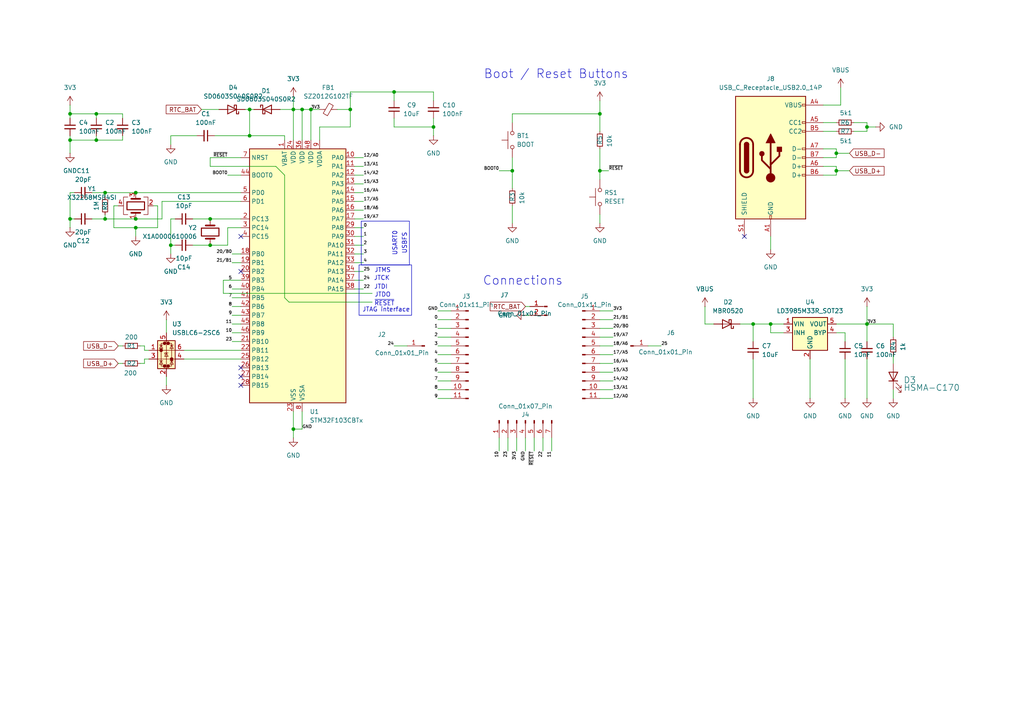
<source format=kicad_sch>
(kicad_sch (version 20231120) (generator "eeschema") (generator_version "8.0")
  (paper "A4")
  (title_block (title "FlatPort"))
  (lib_symbols
    (symbol "Connector:Conn_01x01_Pin" (pin_names (offset 1.016) hide)
      (property "Reference" "J" (at 0 2.54 0))
      (property "Value" "Conn_01x01_Pin" (at 0 -2.54 0))
      (symbol "Conn_01x01_Pin_1_1"
        (pin passive line (at 5.08 0 180) (length 3.81) (name "Pin_1") (number "1"))
      )
    )
    (symbol "Connector:Conn_01x02_Pin" (pin_names (offset 1.016) hide)
      (property "Reference" "J" (at 0 2.54 0))
      (property "Value" "Conn_01x02_Pin" (at 0 -5.08 0))
      (symbol "Conn_01x02_Pin_1_1"
        (pin passive line (at 5.08 0 180) (length 3.81) (name "Pin_1") (number "1"))
        (pin passive line (at 5.08 -2.54 180) (length 3.81) (name "Pin_2") (number "2"))
      )
    )
    (symbol "Connector:Conn_01x07_Pin" (pin_names (offset 1.016) hide)
      (property "Reference" "J" (at 0 10.16 0))
      (property "Value" "Conn_01x07_Pin" (at 0 -10.16 0))
      (symbol "Conn_01x07_Pin_1_1"
        (pin passive line (at 5.08 7.62 180) (length 3.81) (name "Pin_1") (number "1"))
        (pin passive line (at 5.08 5.08 180) (length 3.81) (name "Pin_2") (number "2"))
        (pin passive line (at 5.08 2.54 180) (length 3.81) (name "Pin_3") (number "3"))
        (pin passive line (at 5.08 0 180) (length 3.81) (name "Pin_4") (number "4"))
        (pin passive line (at 5.08 -2.54 180) (length 3.81) (name "Pin_5") (number "5"))
        (pin passive line (at 5.08 -5.08 180) (length 3.81) (name "Pin_6") (number "6"))
        (pin passive line (at 5.08 -7.62 180) (length 3.81) (name "Pin_7") (number "7"))
      )
    )
    (symbol "Connector:Conn_01x11_Pin" (pin_names (offset 1.016) hide)
      (property "Reference" "J" (at 0 15.24 0))
      (property "Value" "Conn_01x11_Pin" (at 0 -15.24 0))
      (symbol "Conn_01x11_Pin_1_1"
        (pin passive line (at 5.08 12.7 180) (length 3.81) (name "Pin_1") (number "1"))
        (pin passive line (at 5.08 -10.16 180) (length 3.81) (name "Pin_10") (number "10"))
        (pin passive line (at 5.08 -12.7 180) (length 3.81) (name "Pin_11") (number "11"))
        (pin passive line (at 5.08 10.16 180) (length 3.81) (name "Pin_2") (number "2"))
        (pin passive line (at 5.08 7.62 180) (length 3.81) (name "Pin_3") (number "3"))
        (pin passive line (at 5.08 5.08 180) (length 3.81) (name "Pin_4") (number "4"))
        (pin passive line (at 5.08 2.54 180) (length 3.81) (name "Pin_5") (number "5"))
        (pin passive line (at 5.08 0 180) (length 3.81) (name "Pin_6") (number "6"))
        (pin passive line (at 5.08 -2.54 180) (length 3.81) (name "Pin_7") (number "7"))
        (pin passive line (at 5.08 -5.08 180) (length 3.81) (name "Pin_8") (number "8"))
        (pin passive line (at 5.08 -7.62 180) (length 3.81) (name "Pin_9") (number "9"))
      )
    )
    (symbol "Connector:USB_C_Receptacle_USB2.0_14P" (pin_names (offset 1.016))
      (property "Reference" "J" (at 0 22.225 0))
      (property "Value" "USB_C_Receptacle_USB2.0_14P" (at 0 19.685 0))
      (symbol "USB_C_Receptacle_USB2.0_14P_1_1"
        (pin passive line (at 0 -22.86 90) (length 5.08) (name "GND") (number "A1"))
        (pin passive line (at 0 -22.86 90) (length 5.08) hide (name "GND") (number "A12"))
        (pin passive line (at 15.24 15.24 180) (length 5.08) (name "VBUS") (number "A4"))
        (pin bidirectional line (at 15.24 10.16 180) (length 5.08) (name "CC1") (number "A5"))
        (pin bidirectional line (at 15.24 -2.54 180) (length 5.08) (name "D+") (number "A6"))
        (pin bidirectional line (at 15.24 2.54 180) (length 5.08) (name "D-") (number "A7"))
        (pin passive line (at 15.24 15.24 180) (length 5.08) hide (name "VBUS") (number "A9"))
        (pin passive line (at 0 -22.86 90) (length 5.08) hide (name "GND") (number "B1"))
        (pin passive line (at 0 -22.86 90) (length 5.08) hide (name "GND") (number "B12"))
        (pin passive line (at 15.24 15.24 180) (length 5.08) hide (name "VBUS") (number "B4"))
        (pin bidirectional line (at 15.24 7.62 180) (length 5.08) (name "CC2") (number "B5"))
        (pin bidirectional line (at 15.24 -5.08 180) (length 5.08) (name "D+") (number "B6"))
        (pin bidirectional line (at 15.24 0 180) (length 5.08) (name "D-") (number "B7"))
        (pin passive line (at 15.24 15.24 180) (length 5.08) hide (name "VBUS") (number "B9"))
        (pin passive line (at -7.62 -22.86 90) (length 5.08) (name "SHIELD") (number "S1"))
      )
    )
    (symbol "Device:C_Small" (pin_numbers hide) (pin_names (offset 0.254) hide)
      (property "Reference" "C" (at 0.254 1.778 0))
      (property "Value" "C_Small" (at 0.254 -2.032 0))
      (symbol "C_Small_1_1"
        (pin passive line (at 0 2.54 270) (length 2.032) (name "~") (number "1"))
        (pin passive line (at 0 -2.54 90) (length 2.032) (name "~") (number "2"))
      )
    )
    (symbol "Device:Crystal" (pin_numbers hide) (pin_names (offset 1.016) hide)
      (property "Reference" "Y" (at 0 3.81 0))
      (property "Value" "Crystal" (at 0 -3.81 0))
      (symbol "Crystal_1_1"
        (pin passive line (at -3.81 0 0) (length 1.27) (name "1") (number "1"))
        (pin passive line (at 3.81 0 180) (length 1.27) (name "2") (number "2"))
      )
    )
    (symbol "Device:Crystal_GND24" (pin_names (offset 1.016) hide)
      (property "Reference" "Y" (at 3.175 5.08 0))
      (property "Value" "Crystal_GND24" (at 3.175 3.175 0))
      (symbol "Crystal_GND24_1_1"
        (pin passive line (at -3.81 0 0) (length 1.27) (name "1") (number "1"))
        (pin passive line (at 0 5.08 270) (length 1.27) (name "2") (number "2"))
        (pin passive line (at 3.81 0 180) (length 1.27) (name "3") (number "3"))
        (pin passive line (at 0 -5.08 90) (length 1.27) (name "4") (number "4"))
      )
    )
    (symbol "Device:FerriteBead_Small" (pin_numbers hide) (pin_names (offset 0))
      (property "Reference" "FB" (at 1.905 1.27 0))
      (property "Value" "FerriteBead_Small" (at 1.905 -1.27 0))
      (symbol "FerriteBead_Small_1_1"
        (pin passive line (at 0 2.54 270) (length 1.27) (name "~") (number "1"))
        (pin passive line (at 0 -2.54 90) (length 1.27) (name "~") (number "2"))
      )
    )
    (symbol "Device:LED" (pin_numbers hide) (pin_names (offset 1.016) hide)
      (property "Reference" "D" (at 0 2.54 0))
      (property "Value" "LED" (at 0 -2.54 0))
      (symbol "LED_1_1"
        (pin passive line (at -3.81 0 0) (length 2.54) (name "K") (number "1"))
        (pin passive line (at 3.81 0 180) (length 2.54) (name "A") (number "2"))
      )
    )
    (symbol "Device:R_Small" (pin_numbers hide) (pin_names (offset 0.254) hide)
      (property "Reference" "R" (at 0.762 0.508 0))
      (property "Value" "R_Small" (at 0.762 -1.016 0))
      (symbol "R_Small_1_1"
        (pin passive line (at 0 2.54 270) (length 0.762) (name "~") (number "1"))
        (pin passive line (at 0 -2.54 90) (length 0.762) (name "~") (number "2"))
      )
    )
    (symbol "Diode:CDBU40-HF" (pin_numbers hide) (pin_names hide)
      (property "Reference" "D" (at 0 2.54 0))
      (property "Value" "CDBU40-HF" (at 0 -2.54 0))
      (symbol "CDBU40-HF_1_1"
        (pin passive line (at -3.81 0 0) (length 2.54) (name "K") (number "1"))
        (pin passive line (at 3.81 0 180) (length 2.54) (name "A") (number "2"))
      )
    )
    (symbol "Diode:MBR0520" (pin_numbers hide) (pin_names (offset 1.016) hide)
      (property "Reference" "D" (at 0 2.54 0))
      (property "Value" "MBR0520" (at 0 -2.54 0))
      (symbol "MBR0520_1_1"
        (pin passive line (at -3.81 0 0) (length 2.54) (name "K") (number "1"))
        (pin passive line (at 3.81 0 180) (length 2.54) (name "A") (number "2"))
      )
    )
    (symbol "MCU_ST_STM32F1:STM32F103CBTx"
      (property "Reference" "U" (at -12.7 39.37 0))
      (property "Value" "STM32F103CBTx" (at 10.16 39.37 0))
      (symbol "STM32F103CBTx_1_1"
        (pin power_in line (at -2.54 40.64 270) (length 2.54) (name "VBAT") (number "1"))
        (pin bidirectional line (at 17.78 35.56 180) (length 2.54) (name "PA0") (number "10"))
        (pin bidirectional line (at 17.78 33.02 180) (length 2.54) (name "PA1") (number "11"))
        (pin bidirectional line (at 17.78 30.48 180) (length 2.54) (name "PA2") (number "12"))
        (pin bidirectional line (at 17.78 27.94 180) (length 2.54) (name "PA3") (number "13"))
        (pin bidirectional line (at 17.78 25.4 180) (length 2.54) (name "PA4") (number "14"))
        (pin bidirectional line (at 17.78 22.86 180) (length 2.54) (name "PA5") (number "15"))
        (pin bidirectional line (at 17.78 20.32 180) (length 2.54) (name "PA6") (number "16"))
        (pin bidirectional line (at 17.78 17.78 180) (length 2.54) (name "PA7") (number "17"))
        (pin bidirectional line (at -15.24 7.62 0) (length 2.54) (name "PB0") (number "18"))
        (pin bidirectional line (at -15.24 5.08 0) (length 2.54) (name "PB1") (number "19"))
        (pin bidirectional line (at -15.24 17.78 0) (length 2.54) (name "PC13") (number "2"))
        (pin bidirectional line (at -15.24 2.54 0) (length 2.54) (name "PB2") (number "20"))
        (pin bidirectional line (at -15.24 -17.78 0) (length 2.54) (name "PB10") (number "21"))
        (pin bidirectional line (at -15.24 -20.32 0) (length 2.54) (name "PB11") (number "22"))
        (pin power_in line (at 0 -38.1 90) (length 2.54) (name "VSS") (number "23"))
        (pin power_in line (at 0 40.64 270) (length 2.54) (name "VDD") (number "24"))
        (pin bidirectional line (at -15.24 -22.86 0) (length 2.54) (name "PB12") (number "25"))
        (pin bidirectional line (at -15.24 -25.4 0) (length 2.54) (name "PB13") (number "26"))
        (pin bidirectional line (at -15.24 -27.94 0) (length 2.54) (name "PB14") (number "27"))
        (pin bidirectional line (at -15.24 -30.48 0) (length 2.54) (name "PB15") (number "28"))
        (pin bidirectional line (at 17.78 15.24 180) (length 2.54) (name "PA8") (number "29"))
        (pin bidirectional line (at -15.24 15.24 0) (length 2.54) (name "PC14") (number "3"))
        (pin bidirectional line (at 17.78 12.7 180) (length 2.54) (name "PA9") (number "30"))
        (pin bidirectional line (at 17.78 10.16 180) (length 2.54) (name "PA10") (number "31"))
        (pin bidirectional line (at 17.78 7.62 180) (length 2.54) (name "PA11") (number "32"))
        (pin bidirectional line (at 17.78 5.08 180) (length 2.54) (name "PA12") (number "33"))
        (pin bidirectional line (at 17.78 2.54 180) (length 2.54) (name "PA13") (number "34"))
        (pin passive line (at 0 -38.1 90) (length 2.54) hide (name "VSS") (number "35"))
        (pin power_in line (at 2.54 40.64 270) (length 2.54) (name "VDD") (number "36"))
        (pin bidirectional line (at 17.78 0 180) (length 2.54) (name "PA14") (number "37"))
        (pin bidirectional line (at 17.78 -2.54 180) (length 2.54) (name "PA15") (number "38"))
        (pin bidirectional line (at -15.24 0 0) (length 2.54) (name "PB3") (number "39"))
        (pin bidirectional line (at -15.24 12.7 0) (length 2.54) (name "PC15") (number "4"))
        (pin bidirectional line (at -15.24 -2.54 0) (length 2.54) (name "PB4") (number "40"))
        (pin bidirectional line (at -15.24 -5.08 0) (length 2.54) (name "PB5") (number "41"))
        (pin bidirectional line (at -15.24 -7.62 0) (length 2.54) (name "PB6") (number "42"))
        (pin bidirectional line (at -15.24 -10.16 0) (length 2.54) (name "PB7") (number "43"))
        (pin input line (at -15.24 30.48 0) (length 2.54) (name "BOOT0") (number "44"))
        (pin bidirectional line (at -15.24 -12.7 0) (length 2.54) (name "PB8") (number "45"))
        (pin bidirectional line (at -15.24 -15.24 0) (length 2.54) (name "PB9") (number "46"))
        (pin passive line (at 0 -38.1 90) (length 2.54) hide (name "VSS") (number "47"))
        (pin power_in line (at 5.08 40.64 270) (length 2.54) (name "VDD") (number "48"))
        (pin bidirectional line (at -15.24 25.4 0) (length 2.54) (name "PD0") (number "5"))
        (pin bidirectional line (at -15.24 22.86 0) (length 2.54) (name "PD1") (number "6"))
        (pin input line (at -15.24 35.56 0) (length 2.54) (name "NRST") (number "7"))
        (pin power_in line (at 2.54 -38.1 90) (length 2.54) (name "VSSA") (number "8"))
        (pin power_in line (at 7.62 40.64 270) (length 2.54) (name "VDDA") (number "9"))
      )
    )
    (symbol "Power_Protection:USBLC6-2SC6" (pin_names hide)
      (property "Reference" "U" (at 0.635 5.715 0))
      (property "Value" "USBLC6-2SC6" (at 0.635 3.81 0))
      (symbol "USBLC6-2SC6_1_1"
        (pin passive line (at -5.08 0 0) (length 2.54) (name "I/O1") (number "1"))
        (pin passive line (at 0 -7.62 90) (length 2.54) (name "GND") (number "2"))
        (pin passive line (at -5.08 -2.54 0) (length 2.54) (name "I/O2") (number "3"))
        (pin passive line (at 5.08 -2.54 180) (length 2.54) (name "I/O2") (number "4"))
        (pin passive line (at 0 5.08 270) (length 2.54) (name "VBUS") (number "5"))
        (pin passive line (at 5.08 0 180) (length 2.54) (name "I/O1") (number "6"))
      )
    )
    (symbol "Regulator_Linear:LD3985M33R_SOT23" (pin_names (offset 0.254))
      (property "Reference" "U" (at -3.81 5.715 0))
      (property "Value" "LD3985M33R_SOT23" (at 0 5.715 0))
      (symbol "LD3985M33R_SOT23_1_1"
        (pin power_in line (at -7.62 2.54 0) (length 2.54) (name "VIN") (number "1"))
        (pin power_in line (at 0 -7.62 90) (length 2.54) (name "GND") (number "2"))
        (pin input line (at -7.62 0 0) (length 2.54) (name "INH") (number "3"))
        (pin input line (at 7.62 0 180) (length 2.54) (name "BYP") (number "4"))
        (pin power_out line (at 7.62 2.54 180) (length 2.54) (name "VOUT") (number "5"))
      )
    )
    (symbol "Switch:SW_Push" (pin_numbers hide) (pin_names (offset 1.016) hide)
      (property "Reference" "SW" (at 1.27 2.54 0))
      (property "Value" "SW_Push" (at 0 -1.524 0))
      (symbol "SW_Push_0_1"
        (pin passive line (at -5.08 0 0) (length 2.54) (name "1") (number "1"))
        (pin passive line (at 5.08 0 180) (length 2.54) (name "2") (number "2"))
      )
    )
    (symbol "power:+3V3" (power) (pin_numbers hide) (pin_names (offset 0) hide)
      (property "Value" "+3V3" (at 0 3.556 0))
      (symbol "+3V3_1_1"
        (pin power_in line (at 0 0 90) (length 0) (name "~") (number "1"))
      )
    )
    (symbol "power:GND" (power) (pin_numbers hide) (pin_names (offset 0) hide)
      (property "Value" "GND" (at 0 -3.81 0))
      (symbol "GND_1_1"
        (pin power_in line (at 0 0 270) (length 0) (name "~") (number "1"))
      )
    )
    (symbol "power:VBUS" (power) (pin_numbers hide) (pin_names (offset 0) hide)
      (property "Value" "VBUS" (at 0 3.556 0))
      (symbol "VBUS_1_1"
        (pin power_in line (at 0 0 90) (length 0) (name "~") (number "1"))
      )
    )
  )
  (junction (at 39.37 66.04))
  (junction (at 148.59 49.53))
  (junction (at 114.3 26.67))
  (junction (at 242.57 44.45))
  (junction (at 173.99 33.02))
  (junction (at 72.39 39.37))
  (junction (at 85.09 124.46))
  (junction (at 223.52 93.98))
  (junction (at 85.09 31.75))
  (junction (at 20.32 40.64))
  (junction (at 39.37 55.88))
  (junction (at 251.46 36.83))
  (junction (at 30.48 63.5))
  (junction (at 27.94 40.64))
  (junction (at 90.17 31.75))
  (junction (at 60.96 63.5))
  (junction (at 72.39 31.75))
  (junction (at 101.6 31.75))
  (junction (at 20.32 33.02))
  (junction (at 173.99 49.53))
  (junction (at 218.44 93.98))
  (junction (at 49.53 71.12))
  (junction (at 60.96 71.12))
  (junction (at 39.37 63.5))
  (junction (at 242.57 49.53))
  (junction (at 125.73 36.83))
  (junction (at 20.32 63.5))
  (junction (at 27.94 33.02))
  (junction (at 87.63 31.75))
  (junction (at 251.46 93.98))
  (junction (at 30.48 55.88))
  (no_connect (at 69.85 78.74))
  (no_connect (at 69.85 109.22))
  (no_connect (at 215.9 68.58))
  (no_connect (at 69.85 106.68))
  (no_connect (at 69.85 111.76))
  (no_connect (at 69.85 68.58))
  (wire (pts (xy 20.32 33.02) (xy 27.94 33.02)))
  (wire (pts (xy 67.31 83.82) (xy 69.85 83.82)))
  (wire (pts (xy 187.96 100.33) (xy 191.77 100.33)))
  (wire (pts (xy 243.84 30.48) (xy 238.76 30.48)))
  (wire (pts (xy 173.99 102.87) (xy 177.8 102.87)))
  (wire (pts (xy 60.96 71.12) (xy 66.04 71.12)))
  (wire (pts (xy 50.8 63.5) (xy 49.53 63.5)))
  (wire (pts (xy 67.31 91.44) (xy 69.85 91.44)))
  (wire (pts (xy 242.57 44.45) (xy 246.38 44.45)))
  (wire (pts (xy 127 115.57) (xy 130.81 115.57)))
  (wire (pts (xy 127 100.33) (xy 130.81 100.33)))
  (wire (pts (xy 238.76 35.56) (xy 242.57 35.56)))
  (wire (pts (xy 127 92.71) (xy 130.81 92.71)))
  (wire (pts (xy 101.6 36.83) (xy 92.71 36.83)))
  (wire (pts (xy 58.42 31.75) (xy 63.5 31.75)))
  (wire (pts (xy 20.32 63.5) (xy 20.32 66.04)))
  (wire (pts (xy 34.29 105.41) (xy 35.56 105.41)))
  (wire (pts (xy 33.02 59.69) (xy 33.02 66.04)))
  (wire (pts (xy 173.99 110.49) (xy 177.8 110.49)))
  (wire (pts (xy 30.48 55.88) (xy 39.37 55.88)))
  (wire (pts (xy 64.77 81.28) (xy 69.85 81.28)))
  (wire (pts (xy 127 102.87) (xy 130.81 102.87)))
  (wire (pts (xy 40.64 100.33) (xy 41.91 100.33)))
  (wire (pts (xy 44.45 59.69) (xy 45.72 59.69)))
  (wire (pts (xy 173.99 115.57) (xy 177.8 115.57)))
  (wire (pts (xy 92.71 36.83) (xy 92.71 40.64)))
  (wire (pts (xy 105.41 68.58) (xy 102.87 68.58)))
  (wire (pts (xy 27.94 33.02) (xy 35.56 33.02)))
  (wire (pts (xy 148.59 59.69) (xy 148.59 64.77)) (stroke (width 0.1524)))
  (wire (pts (xy 173.99 29.21) (xy 173.99 33.02)))
  (wire (pts (xy 67.31 76.2) (xy 69.85 76.2)))
  (wire (pts (xy 81.28 31.75) (xy 85.09 31.75)))
  (wire (pts (xy 33.02 66.04) (xy 39.37 66.04)))
  (wire (pts (xy 214.63 93.98) (xy 218.44 93.98)))
  (wire (pts (xy 21.59 55.88) (xy 20.32 55.88)))
  (wire (pts (xy 45.72 59.69) (xy 45.72 66.04)))
  (wire (pts (xy 173.99 113.03) (xy 177.8 113.03)))
  (wire (pts (xy 85.09 31.75) (xy 85.09 27.94)))
  (wire (pts (xy 251.46 36.83) (xy 254 36.83)))
  (wire (pts (xy 251.46 35.56) (xy 251.46 36.83)))
  (wire (pts (xy 173.99 92.71) (xy 177.8 92.71)))
  (wire (pts (xy 125.73 26.67) (xy 125.73 29.21)))
  (wire (pts (xy 152.4 88.9) (xy 153.67 88.9)))
  (wire (pts (xy 53.34 104.14) (xy 69.85 104.14)))
  (wire (pts (xy 148.59 35.56) (xy 148.59 33.02)))
  (wire (pts (xy 223.52 93.98) (xy 223.52 96.52)))
  (wire (pts (xy 148.59 45.72) (xy 148.59 49.53)))
  (wire (pts (xy 148.59 49.53) (xy 148.59 52.07)) (stroke (width 0.1524)))
  (wire (pts (xy 82.55 39.37) (xy 82.55 40.64)))
  (wire (pts (xy 148.59 52.07) (xy 148.59 54.61)))
  (wire (pts (xy 60.96 48.26) (xy 80.01 48.26)))
  (wire (pts (xy 127 113.03) (xy 130.81 113.03)))
  (wire (pts (xy 80.01 48.26) (xy 82.55 50.8)))
  (wire (pts (xy 227.33 96.52) (xy 223.52 96.52)))
  (wire (pts (xy 30.48 55.88) (xy 26.67 55.88)))
  (wire (pts (xy 85.09 124.46) (xy 85.09 119.38)))
  (wire (pts (xy 148.59 49.53) (xy 144.78 49.53)) (stroke (width 0.1524)))
  (wire (pts (xy 101.6 31.75) (xy 101.6 26.67)))
  (wire (pts (xy 53.34 101.6) (xy 69.85 101.6)))
  (wire (pts (xy 127 110.49) (xy 130.81 110.49)))
  (wire (pts (xy 173.99 43.18) (xy 173.99 49.53)) (stroke (width 0.1524)))
  (wire (pts (xy 66.04 66.04) (xy 66.04 71.12)))
  (wire (pts (xy 173.99 33.02) (xy 173.99 38.1)) (stroke (width 0.1524)))
  (wire (pts (xy 87.63 40.64) (xy 87.63 31.75)))
  (wire (pts (xy 242.57 49.53) (xy 242.57 50.8)))
  (wire (pts (xy 41.91 104.14) (xy 43.18 104.14)))
  (wire (pts (xy 173.99 95.25) (xy 177.8 95.25)))
  (wire (pts (xy 35.56 33.02) (xy 35.56 34.29)))
  (wire (pts (xy 157.48 127) (xy 157.48 130.81)))
  (wire (pts (xy 102.87 81.28) (xy 105.41 81.28)))
  (wire (pts (xy 72.39 31.75) (xy 72.39 39.37)))
  (wire (pts (xy 105.41 50.8) (xy 102.87 50.8)))
  (wire (pts (xy 60.96 45.72) (xy 69.85 45.72)))
  (wire (pts (xy 27.94 40.64) (xy 27.94 39.37)))
  (wire (pts (xy 49.53 71.12) (xy 49.53 73.66)))
  (wire (pts (xy 97.79 31.75) (xy 101.6 31.75)))
  (wire (pts (xy 20.32 30.48) (xy 20.32 33.02)))
  (wire (pts (xy 242.57 49.53) (xy 246.38 49.53)))
  (wire (pts (xy 46.99 63.5) (xy 46.99 58.42)))
  (wire (pts (xy 173.99 97.79) (xy 177.8 97.79)))
  (wire (pts (xy 62.23 39.37) (xy 72.39 39.37)))
  (wire (pts (xy 67.31 86.36) (xy 69.85 86.36)))
  (wire (pts (xy 242.57 48.26) (xy 238.76 48.26)))
  (wire (pts (xy 67.31 73.66) (xy 69.85 73.66)))
  (wire (pts (xy 35.56 40.64) (xy 35.56 39.37)))
  (wire (pts (xy 87.63 124.46) (xy 85.09 124.46)))
  (wire (pts (xy 85.09 124.46) (xy 85.09 127)))
  (wire (pts (xy 243.84 25.4) (xy 243.84 30.48)))
  (wire (pts (xy 125.73 36.83) (xy 125.73 39.37)))
  (wire (pts (xy 144.78 127) (xy 144.78 130.81)))
  (wire (pts (xy 20.32 40.64) (xy 20.32 44.45)))
  (wire (pts (xy 127 97.79) (xy 130.81 97.79)))
  (wire (pts (xy 259.08 97.79) (xy 259.08 93.98)))
  (wire (pts (xy 27.94 40.64) (xy 35.56 40.64)))
  (wire (pts (xy 49.53 39.37) (xy 49.53 41.91)))
  (wire (pts (xy 67.31 96.52) (xy 69.85 96.52)))
  (wire (pts (xy 27.94 33.02) (xy 27.94 34.29)))
  (wire (pts (xy 259.08 113.03) (xy 259.08 115.57)))
  (wire (pts (xy 30.48 62.23) (xy 30.48 63.5)))
  (wire (pts (xy 101.6 26.67) (xy 114.3 26.67)))
  (wire (pts (xy 234.95 104.14) (xy 234.95 115.57)))
  (wire (pts (xy 46.99 58.42) (xy 69.85 58.42)))
  (wire (pts (xy 127 90.17) (xy 130.81 90.17)))
  (wire (pts (xy 105.41 76.2) (xy 102.87 76.2)))
  (wire (pts (xy 71.12 31.75) (xy 72.39 31.75)))
  (wire (pts (xy 204.47 88.9) (xy 204.47 93.98)))
  (wire (pts (xy 105.41 63.5) (xy 102.87 63.5)))
  (wire (pts (xy 40.64 105.41) (xy 41.91 105.41)))
  (wire (pts (xy 242.57 96.52) (xy 245.11 96.52)))
  (wire (pts (xy 72.39 31.75) (xy 73.66 31.75)))
  (wire (pts (xy 101.6 31.75) (xy 101.6 36.83)))
  (wire (pts (xy 85.09 31.75) (xy 85.09 40.64)))
  (wire (pts (xy 41.91 100.33) (xy 41.91 101.6)))
  (wire (pts (xy 102.87 83.82) (xy 105.41 83.82)))
  (wire (pts (xy 60.96 45.72) (xy 60.96 48.26)))
  (wire (pts (xy 105.41 55.88) (xy 102.87 55.88)))
  (wire (pts (xy 67.31 88.9) (xy 69.85 88.9)))
  (wire (pts (xy 125.73 34.29) (xy 125.73 36.83)))
  (wire (pts (xy 251.46 104.14) (xy 251.46 115.57)))
  (wire (pts (xy 72.39 39.37) (xy 82.55 39.37)))
  (wire (pts (xy 218.44 104.14) (xy 218.44 115.57)))
  (wire (pts (xy 218.44 93.98) (xy 223.52 93.98)))
  (wire (pts (xy 102.87 78.74) (xy 105.41 78.74)))
  (wire (pts (xy 259.08 93.98) (xy 251.46 93.98)))
  (wire (pts (xy 26.67 63.5) (xy 30.48 63.5)))
  (wire (pts (xy 127 105.41) (xy 130.81 105.41)))
  (wire (pts (xy 238.76 50.8) (xy 242.57 50.8)))
  (wire (pts (xy 173.99 107.95) (xy 177.8 107.95)))
  (wire (pts (xy 247.65 35.56) (xy 251.46 35.56)))
  (wire (pts (xy 49.53 71.12) (xy 50.8 71.12)))
  (wire (pts (xy 30.48 63.5) (xy 39.37 63.5)))
  (wire (pts (xy 245.11 104.14) (xy 245.11 115.57)))
  (wire (pts (xy 223.52 68.58) (xy 223.52 72.39)))
  (wire (pts (xy 20.32 40.64) (xy 27.94 40.64)))
  (wire (pts (xy 127 95.25) (xy 130.81 95.25)))
  (wire (pts (xy 173.99 49.53) (xy 176.53 49.53)) (stroke (width 0.1524)))
  (wire (pts (xy 105.41 48.26) (xy 102.87 48.26)))
  (wire (pts (xy 152.4 91.44) (xy 153.67 91.44)))
  (wire (pts (xy 114.3 34.29) (xy 114.3 36.83)))
  (wire (pts (xy 48.26 109.22) (xy 48.26 111.76)))
  (wire (pts (xy 105.41 53.34) (xy 102.87 53.34)))
  (wire (pts (xy 147.32 127) (xy 147.32 130.81)))
  (wire (pts (xy 173.99 105.41) (xy 177.8 105.41)))
  (wire (pts (xy 55.88 71.12) (xy 60.96 71.12)))
  (wire (pts (xy 87.63 119.38) (xy 87.63 124.46)))
  (wire (pts (xy 242.57 44.45) (xy 242.57 43.18)))
  (wire (pts (xy 259.08 102.87) (xy 259.08 105.41)))
  (wire (pts (xy 247.65 38.1) (xy 251.46 38.1)))
  (wire (pts (xy 251.46 88.9) (xy 251.46 93.98)))
  (wire (pts (xy 82.55 50.8) (xy 82.55 86.36)))
  (wire (pts (xy 152.4 127) (xy 152.4 130.81)))
  (wire (pts (xy 49.53 63.5) (xy 49.53 71.12)))
  (wire (pts (xy 39.37 66.04) (xy 39.37 68.58)))
  (wire (pts (xy 114.3 26.67) (xy 114.3 29.21)))
  (wire (pts (xy 67.31 99.06) (xy 69.85 99.06)))
  (wire (pts (xy 30.48 55.88) (xy 30.48 57.15)))
  (wire (pts (xy 60.96 63.5) (xy 69.85 63.5)))
  (wire (pts (xy 82.55 86.36) (xy 83.82 87.63)))
  (wire (pts (xy 173.99 49.53) (xy 173.99 52.07)) (stroke (width 0.1524)))
  (wire (pts (xy 173.99 90.17) (xy 177.8 90.17)))
  (wire (pts (xy 148.59 33.02) (xy 173.99 33.02)))
  (wire (pts (xy 90.17 31.75) (xy 92.71 31.75)))
  (wire (pts (xy 64.77 85.09) (xy 107.95 85.09)))
  (wire (pts (xy 39.37 55.88) (xy 69.85 55.88)))
  (wire (pts (xy 173.99 100.33) (xy 177.8 100.33)))
  (wire (pts (xy 242.57 45.72) (xy 238.76 45.72)))
  (wire (pts (xy 20.32 34.29) (xy 20.32 33.02)))
  (wire (pts (xy 127 107.95) (xy 130.81 107.95)))
  (wire (pts (xy 242.57 49.53) (xy 242.57 48.26)))
  (wire (pts (xy 20.32 55.88) (xy 20.32 63.5)))
  (wire (pts (xy 34.29 100.33) (xy 35.56 100.33)))
  (wire (pts (xy 57.15 39.37) (xy 49.53 39.37)))
  (wire (pts (xy 66.04 50.8) (xy 69.85 50.8)))
  (wire (pts (xy 238.76 43.18) (xy 242.57 43.18)))
  (wire (pts (xy 245.11 96.52) (xy 245.11 99.06)))
  (wire (pts (xy 85.09 31.75) (xy 87.63 31.75)))
  (wire (pts (xy 48.26 92.71) (xy 48.26 96.52)))
  (wire (pts (xy 41.91 105.41) (xy 41.91 104.14)))
  (wire (pts (xy 251.46 93.98) (xy 251.46 99.06)))
  (wire (pts (xy 105.41 66.04) (xy 102.87 66.04)))
  (wire (pts (xy 238.76 38.1) (xy 242.57 38.1)))
  (wire (pts (xy 242.57 44.45) (xy 242.57 45.72)))
  (wire (pts (xy 34.29 59.69) (xy 33.02 59.69)))
  (wire (pts (xy 105.41 71.12) (xy 102.87 71.12)))
  (wire (pts (xy 87.63 31.75) (xy 90.17 31.75)))
  (wire (pts (xy 173.99 64.77) (xy 173.99 62.23)) (stroke (width 0.1524)))
  (wire (pts (xy 149.86 127) (xy 149.86 130.81)))
  (wire (pts (xy 39.37 66.04) (xy 45.72 66.04)))
  (wire (pts (xy 39.37 63.5) (xy 46.99 63.5)))
  (wire (pts (xy 204.47 93.98) (xy 207.01 93.98)))
  (wire (pts (xy 20.32 39.37) (xy 20.32 40.64)))
  (wire (pts (xy 251.46 36.83) (xy 251.46 38.1)))
  (wire (pts (xy 64.77 85.09) (xy 64.77 81.28)))
  (wire (pts (xy 105.41 45.72) (xy 102.87 45.72)))
  (wire (pts (xy 114.3 26.67) (xy 125.73 26.67)))
  (wire (pts (xy 83.82 87.63) (xy 107.95 87.63)))
  (wire (pts (xy 105.41 73.66) (xy 102.87 73.66)))
  (wire (pts (xy 105.41 60.96) (xy 102.87 60.96)))
  (wire (pts (xy 114.3 100.33) (xy 118.11 100.33)))
  (wire (pts (xy 223.52 93.98) (xy 227.33 93.98)))
  (wire (pts (xy 20.32 63.5) (xy 21.59 63.5)))
  (wire (pts (xy 105.41 58.42) (xy 102.87 58.42)))
  (wire (pts (xy 41.91 101.6) (xy 43.18 101.6)))
  (wire (pts (xy 242.57 93.98) (xy 251.46 93.98)))
  (wire (pts (xy 160.02 127) (xy 160.02 130.81)))
  (wire (pts (xy 125.73 36.83) (xy 114.3 36.83)))
  (wire (pts (xy 69.85 66.04) (xy 66.04 66.04)))
  (wire (pts (xy 55.88 63.5) (xy 60.96 63.5)))
  (wire (pts (xy 218.44 93.98) (xy 218.44 99.06)))
  (wire (pts (xy 67.31 93.98) (xy 69.85 93.98)))
  (wire (pts (xy 90.17 40.64) (xy 90.17 31.75)))
  (wire (pts (xy 154.94 127) (xy 154.94 130.81)))
  (rectangle (start 104.775 64.135) (end 118.745 76.835))
  (rectangle (start 104.14 76.835) (end 119.38 91.44))
  (text "Boot / Reset Buttons" (at 161.29 21.59 0) (effects (font (size 2.54 2.54))))
  (text "Connections" (at 151.638 81.534 0) (effects (font (size 2.54 2.54))))
  (text "JTMS" (at 110.998 78.486 0) (effects (font (size 1.27 1.27))))
  (text "USBFS" (at 117.348 70.612 90) (effects (font (size 1.27 1.27))))
  (text "JTCK\n" (at 110.744 80.772 0) (effects (font (size 1.27 1.27))))
  (text "~{RESET}" (at 111.506 88.138 0) (effects (font (size 1.27 1.27))))
  (text "USART0" (at 114.554 70.612 90) (effects (font (size 1.27 1.27))))
  (text "JTAG interface" (at 112.014 89.916 0) (effects (font (size 1.27 1.27))))
  (text "JTDI" (at 110.49 83.312 0) (effects (font (size 1.27 1.27))))
  (text "JTDO\n" (at 110.998 85.598 0) (effects (font (size 1.27 1.27))))
  (label "25" (at 191.77 100.33 0) (effects (font (size 0.889 0.889))))
  (label "23" (at 67.31 99.06 180) (effects (font (size 0.889 0.889))))
  (label "2" (at 127 97.79 180) (effects (font (size 0.889 0.889))))
  (label "20{slash}B0" (at 177.8 95.25 0) (effects (font (size 0.889 0.889))))
  (label "17{slash}A5" (at 177.8 102.87 0) (effects (font (size 0.889 0.889))))
  (label "13{slash}A1" (at 105.41 48.26 0) (effects (font (size 0.889 0.889))))
  (label "12{slash}A0" (at 105.41 45.72 0) (effects (font (size 0.889 0.889))))
  (label "9" (at 127 115.57 180) (effects (font (size 0.889 0.889))))
  (label "19{slash}A7" (at 105.41 63.5 0) (effects (font (size 0.889 0.889))))
  (label "19{slash}A7" (at 177.8 97.79 0) (effects (font (size 0.889 0.889))))
  (label "14{slash}A2" (at 177.8 110.49 0) (effects (font (size 0.889 0.889))))
  (label "23" (at 147.32 130.81 270) (effects (font (size 0.889 0.889))))
  (label "17{slash}A5" (at 105.41 58.42 0) (effects (font (size 0.889 0.889))))
  (label "5" (at 127 105.41 180) (effects (font (size 0.889 0.889))))
  (label "2" (at 105.41 71.12 0) (effects (font (size 0.889 0.889))))
  (label "22" (at 157.48 130.81 270) (effects (font (size 0.889 0.889))))
  (label "3V3" (at 251.46 93.98 0) (effects (font (size 0.889 0.889))))
  (label "10" (at 67.31 96.52 180) (effects (font (size 0.889 0.889))))
  (label "21{slash}B1" (at 177.8 92.71 0) (effects (font (size 0.889 0.889))))
  (label "9" (at 67.31 91.44 180) (effects (font (size 0.889 0.889))))
  (label "BOOT0" (at 144.78 49.53 180) (effects (font (size 0.889 0.889))))
  (label "3" (at 105.41 73.66 0) (effects (font (size 0.889 0.889))))
  (label "3V3" (at 177.8 90.17 0) (effects (font (size 0.889 0.889))))
  (label "GND" (at 152.4 130.81 270) (effects (font (size 0.889 0.889))))
  (label "16{slash}A4" (at 177.8 105.41 0) (effects (font (size 0.889 0.889))))
  (label "4" (at 127 102.87 180) (effects (font (size 0.889 0.889))))
  (label "7" (at 127 110.49 180) (effects (font (size 0.889 0.889))))
  (label "16{slash}A4" (at 105.41 55.88 0) (effects (font (size 0.889 0.889))))
  (label "8" (at 127 113.03 180) (effects (font (size 0.889 0.889))))
  (label "6" (at 67.31 83.82 180) (effects (font (size 0.889 0.889))))
  (label "GND" (at 127 90.17 180) (effects (font (size 0.889 0.889))))
  (label "~{RESET}" (at 66.04 45.72 180) (effects (font (size 0.889 0.889))))
  (label "5" (at 67.31 81.28 180) (effects (font (size 0.889 0.889))))
  (label "20{slash}B0" (at 67.31 73.66 180) (effects (font (size 0.889 0.889))))
  (label "4" (at 105.41 76.2 0) (effects (font (size 0.889 0.889))))
  (label "8" (at 67.31 88.9 180) (effects (font (size 0.889 0.889))))
  (label "24" (at 105.41 81.28 0) (effects (font (size 0.889 0.889))))
  (label "24" (at 114.3 100.33 180) (effects (font (size 0.889 0.889))))
  (label "18{slash}A6" (at 105.41 60.96 0) (effects (font (size 0.889 0.889))))
  (label "21{slash}B1" (at 67.31 76.2 180) (effects (font (size 0.889 0.889))))
  (label "14{slash}A2" (at 105.41 50.8 0) (effects (font (size 0.889 0.889))))
  (label "22" (at 105.41 83.82 0) (effects (font (size 0.889 0.889))))
  (label "0" (at 105.41 66.04 0) (effects (font (size 0.889 0.889))))
  (label "3V3" (at 149.86 130.81 270) (effects (font (size 0.889 0.889))))
  (label "12{slash}A0" (at 177.8 115.57 0) (effects (font (size 0.889 0.889))))
  (label "6" (at 127 107.95 180) (effects (font (size 0.889 0.889))))
  (label "25" (at 105.41 78.74 0) (effects (font (size 0.889 0.889))))
  (label "15{slash}A3" (at 177.8 107.95 0) (effects (font (size 0.889 0.889))))
  (label "13{slash}A1" (at 177.8 113.03 0) (effects (font (size 0.889 0.889))))
  (label "~{RESET}" (at 154.94 130.81 270) (effects (font (size 0.889 0.889))))
  (label "~{RESET}" (at 176.53 49.53 0) (effects (font (size 0.889 0.889))))
  (label "11" (at 67.31 93.98 180) (effects (font (size 0.889 0.889))))
  (label "0" (at 127 92.71 180) (effects (font (size 0.889 0.889))))
  (label "1" (at 105.41 68.58 0) (effects (font (size 0.889 0.889))))
  (label "3V3" (at 90.17 31.75 0) (effects (font (size 0.889 0.889))))
  (label "1" (at 127 95.25 180) (effects (font (size 0.889 0.889))))
  (label "18{slash}A6" (at 177.8 100.33 0) (effects (font (size 0.889 0.889))))
  (label "15{slash}A3" (at 105.41 53.34 0) (effects (font (size 0.889 0.889))))
  (label "GND" (at 87.63 124.46 0) (effects (font (size 0.889 0.889))))
  (label "BOOT0" (at 66.04 50.8 180) (effects (font (size 0.889 0.889))))
  (label "7" (at 67.31 86.36 180) (effects (font (size 0.889 0.889))))
  (label "11" (at 160.02 130.81 270) (effects (font (size 0.889 0.889))))
  (label "3" (at 127 100.33 180) (effects (font (size 0.889 0.889))))
  (label "10" (at 144.78 130.81 270) (effects (font (size 0.889 0.889))))
  (global_label "RTC_BAT" (shape input) (at 152.4 88.9 180) (property "Intersheetrefs" "${INTERSHEET_REFS}" (effects (hide yes))))
  (global_label "USB_D-" (shape input) (at 246.38 44.45 0) (property "Intersheetrefs" "${INTERSHEET_REFS}" (effects (hide yes))))
  (global_label "USB_D+" (shape input) (at 34.29 105.41 180) (property "Intersheetrefs" "${INTERSHEET_REFS}" (effects (hide yes))))
  (global_label "USB_D+" (shape input) (at 246.38 49.53 0) (property "Intersheetrefs" "${INTERSHEET_REFS}" (effects (hide yes))))
  (global_label "RTC_BAT" (shape input) (at 58.42 31.75 180) (property "Intersheetrefs" "${INTERSHEET_REFS}" (effects (hide yes))))
  (global_label "USB_D-" (shape input) (at 34.29 100.33 180) (property "Intersheetrefs" "${INTERSHEET_REFS}" (effects (hide yes))))
  (symbol (lib_id "power:GND") (at 259.08 115.57 0) (unit 1)
    (property "Reference" "#PWR019" (effects (hide yes)))
    (property "Value" "GND" (at 259.08 120.65 0))
    (property "Description" "Power symbol creates a global label with name \"GND\" , ground" (effects (hide yes)))
  )
  (symbol (lib_id "Connector:Conn_01x07_Pin") (at 152.4 121.92 90) (mirror x) (unit 1) (in_bom no)
    (property "Reference" "J4" (at 152.4 120.2507 90))
    (property "Value" "Conn_01x07_Pin" (at 152.4 117.8264 90))
    (property "Footprint" "Connector_PinHeader_2.54mm:PinHeader_1x07_P2.54mm_Vertical" (effects (hide yes)))
    (property "Description" "Generic connector, single row, 01x07, script generated" (effects (hide yes)))
  )
  (symbol (lib_id "Device:R_Small") (at 38.1 105.41 90) (unit 1)
    (property "Reference" "R2" (at 38.1 105.41 90))
    (property "Value" "200" (at 37.846 108.204 90))
    (property "Footprint" "Resistor_SMD:R_0402_1005Metric" (effects (hide yes)))
    (property "Description" "Resistor, small symbol" (effects (hide yes)))
  )
  (symbol (lib_id "Device:C_Small") (at 35.56 36.83 0) (unit 1)
    (property "Reference" "C3" (at 38.1 35.5662 0) (effects (justify left)))
    (property "Value" "100nF" (at 38.1 38.1062 0) (effects (justify left)))
    (property "Footprint" "Capacitor_SMD:C_0402_1005Metric" (effects (hide yes)))
    (property "Description" "Unpolarized capacitor, small symbol" (effects (hide yes)))
  )
  (symbol (lib_id "power:+3V3") (at 251.46 88.9 0) (unit 1)
    (property "Reference" "#PWR012" (effects (hide yes)))
    (property "Value" "3V3" (at 251.46 83.82 0))
    (property "Description" "Power symbol creates a global label with name \"+3V3\"" (effects (hide yes)))
  )
  (symbol (lib_id "Device:Crystal_GND24") (at 39.37 59.69 270) (mirror x) (unit 1)
    (property "Reference" "Y1" (at 26.67 54.7368 90))
    (property "Value" "X32258MSB4SI" (at 26.67 57.2768 90))
    (property "Footprint" "Crystal:Crystal_SMD_3225-4Pin_3.2x2.5mm" (effects (hide yes)))
    (property "Datasheet" "https://www.lcsc.com/datasheet/lcsc_datasheet_2403291505_YXC-Crystal-Oscillators-X32258MSB4SI_C2682774.pdf" (effects (hide yes)))
    (property "Description" "Four pin crystal, GND on pins 2 and 4" (effects (hide yes)))
  )
  (symbol (lib_id "Power_Protection:USBLC6-2SC6") (at 48.26 101.6 0) (unit 1)
    (property "Reference" "U3" (at 49.9111 93.98 0) (effects (justify left)))
    (property "Value" "USBLC6-2SC6" (at 49.9111 96.52 0) (effects (justify left)))
    (property "Footprint" "Package_TO_SOT_SMD:SOT-23-6" (effects (hide yes)))
    (property "Datasheet" "https://www.st.com/resource/en/datasheet/usblc6-2.pdf" (effects (hide yes)))
    (property "Description" "Very low capacitance ESD protection diode, 2 data-line, SOT-23-6" (effects (hide yes)))
  )
  (symbol (lib_id "Device:C_Small") (at 245.11 101.6 0) (unit 1)
    (property "Reference" "C5" (at 247.65 100.3362 0) (effects (justify left)))
    (property "Value" "10nF" (at 247.65 102.8762 0) (effects (justify left)))
    (property "Footprint" "Capacitor_SMD:C_0402_1005Metric" (effects (hide yes)))
    (property "Description" "Unpolarized capacitor, small symbol" (effects (hide yes)))
  )
  (symbol (lib_id "Device:C_Small") (at 53.34 63.5 90) (unit 1)
    (property "Reference" "C13" (at 53.3463 57.15 90))
    (property "Value" "10pF" (at 53.3463 59.69 90))
    (property "Footprint" "Capacitor_SMD:C_0402_1005Metric" (effects (hide yes)))
    (property "Description" "Unpolarized capacitor, small symbol" (effects (hide yes)))
  )
  (symbol (lib_id "Connector:Conn_01x01_Pin") (at 123.19 100.33 0) (mirror y) (unit 1) (in_bom no)
    (property "Reference" "J2" (at 110.744 97.028 0))
    (property "Value" "Conn_01x01_Pin" (at 116.586 102.362 0))
    (property "Footprint" "Connector_PinHeader_2.54mm:PinHeader_1x01_P2.54mm_Vertical" (effects (hide yes)))
    (property "Description" "Generic connector, single row, 01x01, script generated" (effects (hide yes)))
  )
  (symbol (lib_id "Diode:CDBU40-HF") (at 77.47 31.75 0) (unit 1)
    (property "Reference" "D1" (at 77.1525 26.3355 0))
    (property "Value" "SD0603S040S0R2" (at 77.1525 28.7598 0))
    (property "Footprint" "Diode_SMD:D_0603_1608Metric" (effects (hide yes)))
    (property "Description" "40V 450mV@200mA 200mA 0603 Schottky Diodes ROHS" (effects (hide yes)))
  )
  (symbol (lib_id "Regulator_Linear:LD3985M33R_SOT23") (at 234.95 96.52 0) (unit 1)
    (property "Reference" "U4" (at 234.95 87.63 0))
    (property "Value" "LD3985M33R_SOT23" (at 234.95 90.17 0))
    (property "Footprint" "Package_TO_SOT_SMD:SOT-23-5" (effects (hide yes)))
    (property "Datasheet" "http://www.st.com/internet/com/TECHNICAL_RESOURCES/TECHNICAL_LITERATURE/DATASHEET/CD00003395.pdf" (effects (hide yes)))
    (property "Description" "150mA Low Dropout Voltage Regulator, Fixed Output 3.3V, SOT-23-5" (effects (hide yes)))
  )
  (symbol (lib_id "power:+3V3") (at 85.09 27.94 0) (unit 1)
    (property "Reference" "#PWR01" (effects (hide yes)))
    (property "Value" "3V3" (at 85.09 22.86 0))
    (property "Description" "Power symbol creates a global label with name \"+3V3\"" (effects (hide yes)))
  )
  (symbol (lib_id "power:GND") (at 254 36.83 90) (unit 1)
    (property "Reference" "#PWR020" (effects (hide yes)))
    (property "Value" "GND" (at 257.81 36.8299 90) (effects (justify right)))
    (property "Description" "Power symbol creates a global label with name \"GND\" , ground" (effects (hide yes)))
  )
  (symbol (lib_id "power:GND") (at 49.53 73.66 0) (unit 1)
    (property "Reference" "#PWR025" (effects (hide yes)))
    (property "Value" "GND" (at 49.53 78.74 0))
    (property "Description" "Power symbol creates a global label with name \"GND\" , ground" (effects (hide yes)))
  )
  (symbol (lib_id "power:+3V3") (at 48.26 92.71 0) (unit 1)
    (property "Reference" "#PWR017" (effects (hide yes)))
    (property "Value" "3V3" (at 48.26 87.63 0))
    (property "Description" "Power symbol creates a global label with name \"+3V3\"" (effects (hide yes)))
  )
  (symbol (lib_id "Device:C_Small") (at 24.13 63.5 90) (mirror x) (unit 1)
    (property "Reference" "C12" (at 24.1363 69.85 90))
    (property "Value" "20pF" (at 24.1363 67.31 90))
    (property "Footprint" "Capacitor_SMD:C_0402_1005Metric" (effects (hide yes)))
    (property "Description" "Unpolarized capacitor, small symbol" (effects (hide yes)))
  )
  (symbol (lib_id "Device:C_Small") (at 53.34 71.12 90) (mirror x) (unit 1)
    (property "Reference" "C14" (at 53.3463 77.47 90))
    (property "Value" "10pF" (at 53.3463 74.93 90))
    (property "Footprint" "Capacitor_SMD:C_0402_1005Metric" (effects (hide yes)))
    (property "Description" "Unpolarized capacitor, small symbol" (effects (hide yes)))
  )
  (symbol (lib_id "power:GND") (at 245.11 115.57 0) (unit 1)
    (property "Reference" "#PWR010" (effects (hide yes)))
    (property "Value" "GND" (at 245.11 120.65 0))
    (property "Description" "Power symbol creates a global label with name \"GND\" , ground" (effects (hide yes)))
  )
  (symbol (lib_id "power:GND") (at 48.26 111.76 0) (unit 1)
    (property "Reference" "#PWR016" (effects (hide yes)))
    (property "Value" "GND" (at 48.26 116.84 0))
    (property "Description" "Power symbol creates a global label with name \"GND\" , ground" (effects (hide yes)))
  )
  (symbol (lib_id "Device:R_Small") (at 148.59 57.15 180) (unit 1)
    (property "Reference" "R3" (at 148.59 57.15 90))
    (property "Value" "10k" (at 151.384 57.404 90))
    (property "Footprint" "Resistor_SMD:R_0402_1005Metric" (effects (hide yes)))
    (property "Description" "Resistor, small symbol" (effects (hide yes)))
  )
  (symbol (lib_id "power:GND") (at 39.37 68.58 0) (unit 1)
    (property "Reference" "#PWR024" (effects (hide yes)))
    (property "Value" "GND" (at 39.37 73.66 0))
    (property "Description" "Power symbol creates a global label with name \"GND\" , ground" (effects (hide yes)))
  )
  (symbol (lib_id "Switch:SW_Push") (at 173.99 57.15 90) (unit 1) (in_bom no)
    (property "Reference" "RS1" (at 175.26 55.8799 90) (effects (justify right)))
    (property "Value" "RESET" (at 175.26 58.4199 90) (effects (justify right)))
    (property "Footprint" "complex_keys2021:Switch_Hole_1.0mm" (effects (hide yes)))
    (property "Description" "Push button switch, generic, two pins" (effects (hide yes)))
  )
  (symbol (lib_id "Connector:USB_C_Receptacle_USB2.0_14P") (at 223.52 45.72 0) (unit 1) (in_bom no)
    (property "Reference" "J8" (at 223.52 22.86 0))
    (property "Value" "USB_C_Receptacle_USB2.0_14P" (at 223.52 25.4 0))
    (property "Footprint" "complex_keys2021:TypeC_PCB_cutout" (effects (hide yes)))
    (property "Datasheet" "https://www.usb.org/sites/default/files/documents/usb_type-c.zip" (effects (hide yes)))
    (property "Description" "USB 2.0-only 14P Type-C Receptacle connector" (effects (hide yes)))
  )
  (symbol (lib_id "Switch:SW_Push") (at 148.59 40.64 90) (unit 1) (in_bom no)
    (property "Reference" "BT1" (at 149.86 39.3699 90) (effects (justify right)))
    (property "Value" "BOOT" (at 149.86 41.9099 90) (effects (justify right)))
    (property "Footprint" "complex_keys2021:Switch_Hole_1.0mm" (effects (hide yes)))
    (property "Description" "Push button switch, generic, two pins" (effects (hide yes)))
  )
  (symbol (lib_id "Device:R_Small") (at 30.48 59.69 180) (unit 1)
    (property "Reference" "R8" (at 30.48 59.69 90))
    (property "Value" "1M" (at 27.94 59.69 90))
    (property "Footprint" "Resistor_SMD:R_0402_1005Metric" (effects (hide yes)))
    (property "Description" "Resistor, small symbol" (effects (hide yes)))
  )
  (symbol (lib_id "power:VBUS") (at 204.47 88.9 0) (mirror y) (unit 1)
    (property "Reference" "#PWR09" (effects (hide yes)))
    (property "Value" "VBUS" (at 204.47 83.82 0))
    (property "Description" "Power symbol creates a global label with name \"VBUS\"" (effects (hide yes)))
  )
  (symbol (lib_id "Connector:Conn_01x11_Pin") (at 168.91 102.87 0) (unit 1) (in_bom no)
    (property "Reference" "J5" (at 169.545 85.9493 0))
    (property "Value" "Conn_01x11_Pin" (at 169.545 88.3736 0))
    (property "Footprint" "Connector_PinHeader_2.54mm:PinHeader_1x11_P2.54mm_Vertical" (effects (hide yes)))
    (property "Description" "Generic connector, single row, 01x11, script generated" (effects (hide yes)))
  )
  (symbol (lib_id "power:GND") (at 85.09 127 0) (unit 1)
    (property "Reference" "#PWR02" (effects (hide yes)))
    (property "Value" "GND" (at 85.09 132.08 0))
    (property "Description" "Power symbol creates a global label with name \"GND\" , ground" (effects (hide yes)))
  )
  (symbol (lib_id "power:GND") (at 152.4 91.44 270) (unit 1)
    (property "Reference" "#PWR018" (effects (hide yes)))
    (property "Value" "GND" (at 148.59 91.4399 90) (effects (justify right)))
    (property "Description" "Power symbol creates a global label with name \"GND\" , ground" (effects (hide yes)))
  )
  (symbol (lib_id "Diode:MBR0520") (at 210.82 93.98 180) (unit 1)
    (property "Reference" "D2" (at 211.1375 87.63 0))
    (property "Value" "MBR0520" (at 211.1375 90.17 0))
    (property "Footprint" "Diode_SMD:D_SOD-123" (effects (hide yes)))
    (property "Datasheet" "http://www.mccsemi.com/up_pdf/MBR0520~MBR0580(SOD123).pdf" (effects (hide yes)))
    (property "Description" "20V 0.5A Schottky Power Rectifier Diode, SOD-123" (effects (hide yes)))
  )
  (symbol (lib_id "Device:C_Small") (at 218.44 101.6 0) (unit 1)
    (property "Reference" "C7" (at 220.98 100.3362 0) (effects (justify left)))
    (property "Value" "10uF" (at 220.98 102.8762 0) (effects (justify left)))
    (property "Footprint" "Capacitor_SMD:C_0402_1005Metric" (effects (hide yes)))
    (property "Description" "10V 10uF X5R ±20% 0402 Multilayer Ceramic Capacitors MLCC - SMD/SMT ROHS" (effects (hide yes)))
  )
  (symbol (lib_id "power:GND") (at 218.44 115.57 0) (unit 1)
    (property "Reference" "#PWR013" (effects (hide yes)))
    (property "Value" "GND" (at 218.44 120.65 0))
    (property "Description" "Power symbol creates a global label with name \"GND\" , ground" (effects (hide yes)))
  )
  (symbol (lib_id "power:GND") (at 20.32 66.04 0) (unit 1)
    (property "Reference" "#PWR023" (effects (hide yes)))
    (property "Value" "GND" (at 20.32 71.12 0))
    (property "Description" "Power symbol creates a global label with name \"GND\" , ground" (effects (hide yes)))
  )
  (symbol (lib_id "Device:LED") (at 259.08 109.22 90) (unit 1)
    (property "Reference" "D3" (at 262.001 110.2268 90) (effects (font (size 1.778 1.778)) (justify right)))
    (property "Value" "HSMA-C170" (at 262.001 112.4284 90) (effects (font (size 1.778 1.778)) (justify right)))
    (property "Footprint" "LED_SMD:LED_0805_2012Metric" (effects (hide yes)))
    (property "Datasheet" "https://wmsc.lcsc.com/wmsc/upload/file/pdf/v2/lcsc/2307240923_Broadcom-AVAGO-HSMA-C170_C7466711.pdf" (effects (hide yes)))
    (property "Description" "Light emitting diode" (effects (hide yes)))
  )
  (symbol (lib_id "Device:C_Small") (at 59.69 39.37 270) (unit 1)
    (property "Reference" "C1" (at 59.6836 33.02 90))
    (property "Value" "100nF" (at 59.6836 35.56 90))
    (property "Footprint" "Capacitor_SMD:C_0402_1005Metric" (effects (hide yes)))
    (property "Description" "Unpolarized capacitor, small symbol" (effects (hide yes)))
  )
  (symbol (lib_id "power:GND") (at 234.95 115.57 0) (unit 1)
    (property "Reference" "#PWR06" (effects (hide yes)))
    (property "Value" "GND" (at 234.95 120.65 0))
    (property "Description" "Power symbol creates a global label with name \"GND\" , ground" (effects (hide yes)))
  )
  (symbol (lib_id "MCU_ST_STM32F1:STM32F103CBTx") (at 85.09 81.28 0) (unit 1) (in_bom no)
    (property "Reference" "U1" (at 89.8241 119.38 0) (effects (justify left)))
    (property "Value" "STM32F103CBTx" (at 89.8241 121.92 0) (effects (justify left)))
    (property "Footprint" "Package_QFP:LQFP-48_7x7mm_P0.5mm" (effects (hide yes)))
    (property "Datasheet" "https://www.st.com/resource/en/datasheet/stm32f103cb.pdf" (effects (hide yes)))
    (property "Description" "STMicroelectronics Arm Cortex-M3 MCU, 128KB flash, 20KB RAM, 72 MHz, 2.0-3.6V, 37 GPIO, LQFP48" (effects (hide yes)))
  )
  (symbol (lib_id "Device:C_Small") (at 251.46 101.6 0) (unit 1)
    (property "Reference" "C6" (at 254 100.3362 0) (effects (justify left)))
    (property "Value" "100nF" (at 254 102.8762 0) (effects (justify left)))
    (property "Footprint" "Capacitor_SMD:C_0402_1005Metric" (effects (hide yes)))
    (property "Description" "Unpolarized capacitor, small symbol" (effects (hide yes)))
  )
  (symbol (lib_id "Diode:CDBU40-HF") (at 67.31 31.75 180) (unit 1)
    (property "Reference" "D4" (at 67.6275 25.4 0))
    (property "Value" "SD0603S040S0R2" (at 67.6275 27.94 0))
    (property "Footprint" "Diode_SMD:D_0603_1608Metric" (effects (hide yes)))
    (property "Description" "40V 450mV@200mA 200mA 0603 Schottky Diodes ROHS" (effects (hide yes)))
  )
  (symbol (lib_id "Device:R_Small") (at 173.99 40.64 180) (unit 1)
    (property "Reference" "R5" (at 173.99 40.64 90))
    (property "Value" "10k" (at 176.784 40.894 90))
    (property "Footprint" "Resistor_SMD:R_0402_1005Metric" (effects (hide yes)))
    (property "Description" "Resistor, small symbol" (effects (hide yes)))
  )
  (symbol (lib_id "power:VBUS") (at 243.84 25.4 0) (unit 1)
    (property "Reference" "#PWR08" (effects (hide yes)))
    (property "Value" "VBUS" (at 243.84 20.32 0))
    (property "Description" "Power symbol creates a global label with name \"VBUS\"" (effects (hide yes)))
  )
  (symbol (lib_id "Device:Crystal") (at 60.96 67.31 270) (mirror x) (unit 1)
    (property "Reference" "Y2" (at 57.15 66.0399 90) (effects (justify right)))
    (property "Value" "X1A0000610006" (at 57.15 68.5799 90) (effects (justify right)))
    (property "Footprint" "Crystal:Crystal_SMD_2012-2Pin_2.0x1.2mm" (effects (hide yes)))
    (property "Description" "Two pin crystal" (effects (hide yes)))
  )
  (symbol (lib_id "power:GND") (at 251.46 115.57 0) (unit 1)
    (property "Reference" "#PWR011" (effects (hide yes)))
    (property "Value" "GND" (at 251.46 120.65 0))
    (property "Description" "Power symbol creates a global label with name \"GND\" , ground" (effects (hide yes)))
  )
  (symbol (lib_id "power:GND") (at 125.73 39.37 0) (unit 1)
    (property "Reference" "#PWR027" (effects (hide yes)))
    (property "Value" "GND" (at 125.73 44.45 0))
    (property "Description" "Power symbol creates a global label with name \"GND\" , ground" (effects (hide yes)))
  )
  (symbol (lib_id "Device:R_Small") (at 245.11 38.1 270) (mirror x) (unit 1)
    (property "Reference" "R7" (at 245.11 38.1 90))
    (property "Value" "5k1" (at 245.364 40.894 90))
    (property "Footprint" "Resistor_SMD:R_0402_1005Metric" (effects (hide yes)))
    (property "Description" "Resistor, small symbol" (effects (hide yes)))
  )
  (symbol (lib_id "power:+3V3") (at 173.99 29.21 0) (unit 1)
    (property "Reference" "#PWR026" (effects (hide yes)))
    (property "Value" "3V3" (at 173.99 24.13 0))
    (property "Description" "Power symbol creates a global label with name \"+3V3\"" (effects (hide yes)))
  )
  (symbol (lib_id "Device:FerriteBead_Small") (at 95.25 31.75 90) (unit 1)
    (property "Reference" "FB1" (at 95.2119 25.4 90))
    (property "Value" "SZ2012G102TF" (at 95.2119 27.94 90))
    (property "Footprint" "Inductor_SMD:L_0805_2012Metric" (effects (hide yes)))
    (property "Datasheet" "https://wmsc.lcsc.com/wmsc/upload/file/pdf/v2/lcsc/2310301641_Sunlord-SZ2012G102TF_C98284.pdf" (effects (hide yes)))
    (property "Description" "Ferrite bead, small symbol" (effects (hide yes)))
    (property "LCSC Part#" "C1002" (effects (hide yes)))
  )
  (symbol (lib_id "Connector:Conn_01x02_Pin") (at 158.75 88.9 0) (mirror y) (unit 1) (in_bom no)
    (property "Reference" "J7" (at 146.304 85.598 0))
    (property "Value" "Conn_01x01_Pin" (at 152.146 90.932 0))
    (property "Footprint" "Connector_PinHeader_1.27mm:PinHeader_1x02_P1.27mm_Vertical" (effects (hide yes)))
    (property "Description" "Generic connector, single row, 01x02, script generated" (effects (hide yes)))
  )
  (symbol (lib_id "Connector:Conn_01x01_Pin") (at 182.88 100.33 0) (unit 1) (in_bom no)
    (property "Reference" "J6" (at 194.564 96.52 0))
    (property "Value" "Conn_01x01_Pin" (at 193.04 102.108 0))
    (property "Footprint" "Connector_PinHeader_2.54mm:PinHeader_1x01_P2.54mm_Vertical" (effects (hide yes)))
    (property "Description" "Generic connector, single row, 01x01, script generated" (effects (hide yes)))
  )
  (symbol (lib_id "Device:C_Small") (at 20.32 36.83 0) (unit 1)
    (property "Reference" "C4" (at 22.86 35.5662 0) (effects (justify left)))
    (property "Value" "100nF" (at 22.86 38.1062 0) (effects (justify left)))
    (property "Footprint" "Capacitor_SMD:C_0402_1005Metric" (effects (hide yes)))
    (property "Description" "Unpolarized capacitor, small symbol" (effects (hide yes)))
  )
  (symbol (lib_id "Connector:Conn_01x11_Pin") (at 135.89 102.87 0) (mirror y) (unit 1) (in_bom no)
    (property "Reference" "J3" (at 135.255 85.9493 0))
    (property "Value" "Conn_01x11_Pin" (at 135.255 88.3736 0))
    (property "Footprint" "Connector_PinHeader_2.54mm:PinHeader_1x11_P2.54mm_Vertical" (effects (hide yes)))
    (property "Description" "Generic connector, single row, 01x11, script generated" (effects (hide yes)))
  )
  (symbol (lib_id "Device:C_Small") (at 24.13 55.88 90) (unit 1)
    (property "Reference" "C11" (at 24.1363 49.53 90))
    (property "Value" "20pF" (at 24.1363 52.07 90))
    (property "Footprint" "Capacitor_SMD:C_0402_1005Metric" (effects (hide yes)))
    (property "Description" "Unpolarized capacitor, small symbol" (effects (hide yes)))
  )
  (symbol (lib_id "Device:C_Small") (at 114.3 31.75 180) (unit 1)
    (property "Reference" "C9" (at 119.3736 30.48 0))
    (property "Value" "10uF" (at 119.3736 33.02 0))
    (property "Footprint" "Capacitor_SMD:C_0402_1005Metric" (effects (hide yes)))
    (property "Description" "10V 10uF X5R ±20% 0402 Multilayer Ceramic Capacitors MLCC - SMD/SMT ROHS" (effects (hide yes)))
  )
  (symbol (lib_id "Device:R_Small") (at 38.1 100.33 90) (unit 1)
    (property "Reference" "R1" (at 38.1 100.33 90))
    (property "Value" "200" (at 38.1 97.79 90))
    (property "Footprint" "Resistor_SMD:R_0402_1005Metric" (effects (hide yes)))
    (property "Description" "Resistor, small symbol" (effects (hide yes)))
  )
  (symbol (lib_id "power:GND") (at 49.53 41.91 0) (unit 1)
    (property "Reference" "#PWR03" (effects (hide yes)))
    (property "Value" "GND" (at 49.53 46.99 0))
    (property "Description" "Power symbol creates a global label with name \"GND\" , ground" (effects (hide yes)))
  )
  (symbol (lib_id "Device:C_Small") (at 27.94 36.83 180) (unit 1)
    (property "Reference" "C2" (at 30.48 35.5535 0) (effects (justify right)))
    (property "Value" "100nF" (at 30.48 38.0935 0) (effects (justify right)))
    (property "Footprint" "Capacitor_SMD:C_0402_1005Metric" (effects (hide yes)))
    (property "Description" "Unpolarized capacitor, small symbol" (effects (hide yes)))
  )
  (symbol (lib_id "power:+3V3") (at 20.32 30.48 0) (unit 1)
    (property "Reference" "#PWR05" (effects (hide yes)))
    (property "Value" "3V3" (at 20.32 25.4 0))
    (property "Description" "Power symbol creates a global label with name \"+3V3\"" (effects (hide yes)))
  )
  (symbol (lib_id "Device:R_Small") (at 259.08 100.33 180) (unit 1)
    (property "Reference" "R4" (at 259.08 100.33 90))
    (property "Value" "1k" (at 261.874 100.584 90))
    (property "Footprint" "Resistor_SMD:R_0402_1005Metric" (effects (hide yes)))
    (property "Description" "Resistor, small symbol" (effects (hide yes)))
  )
  (symbol (lib_id "Device:C_Small") (at 125.73 31.75 0) (unit 1)
    (property "Reference" "C10" (at 128.27 30.4862 0) (effects (justify left)))
    (property "Value" "100nF" (at 128.27 33.0262 0) (effects (justify left)))
    (property "Footprint" "Capacitor_SMD:C_0402_1005Metric" (effects (hide yes)))
    (property "Description" "Unpolarized capacitor, small symbol" (effects (hide yes)))
  )
  (symbol (lib_id "Device:R_Small") (at 245.11 35.56 270) (unit 1)
    (property "Reference" "R6" (at 245.11 35.56 90))
    (property "Value" "5k1" (at 245.364 32.766 90))
    (property "Footprint" "Resistor_SMD:R_0402_1005Metric" (effects (hide yes)))
    (property "Description" "Resistor, small symbol" (effects (hide yes)))
  )
  (symbol (lib_id "power:GND") (at 223.52 72.39 0) (unit 1)
    (property "Reference" "#PWR07" (effects (hide yes)))
    (property "Value" "GND" (at 223.52 77.47 0))
    (property "Description" "Power symbol creates a global label with name \"GND\" , ground" (effects (hide yes)))
  )
  (symbol (lib_id "power:GND") (at 148.59 64.77 0) (unit 1)
    (property "Reference" "#PWR015" (effects (hide yes)))
    (property "Value" "GND" (at 148.59 69.85 0))
    (property "Description" "Power symbol creates a global label with name \"GND\" , ground" (effects (hide yes)))
  )
  (symbol (lib_id "power:GND") (at 173.99 64.77 0) (unit 1)
    (property "Reference" "#PWR014" (effects (hide yes)))
    (property "Value" "GND" (at 173.99 69.85 0))
    (property "Description" "Power symbol creates a global label with name \"GND\" , ground" (effects (hide yes)))
  )
  (symbol (lib_id "power:GND") (at 20.32 44.45 0) (unit 1)
    (property "Reference" "#PWR04" (effects (hide yes)))
    (property "Value" "GND" (at 20.32 49.53 0))
    (property "Description" "Power symbol creates a global label with name \"GND\" , ground" (effects (hide yes)))
  )
)
</source>
